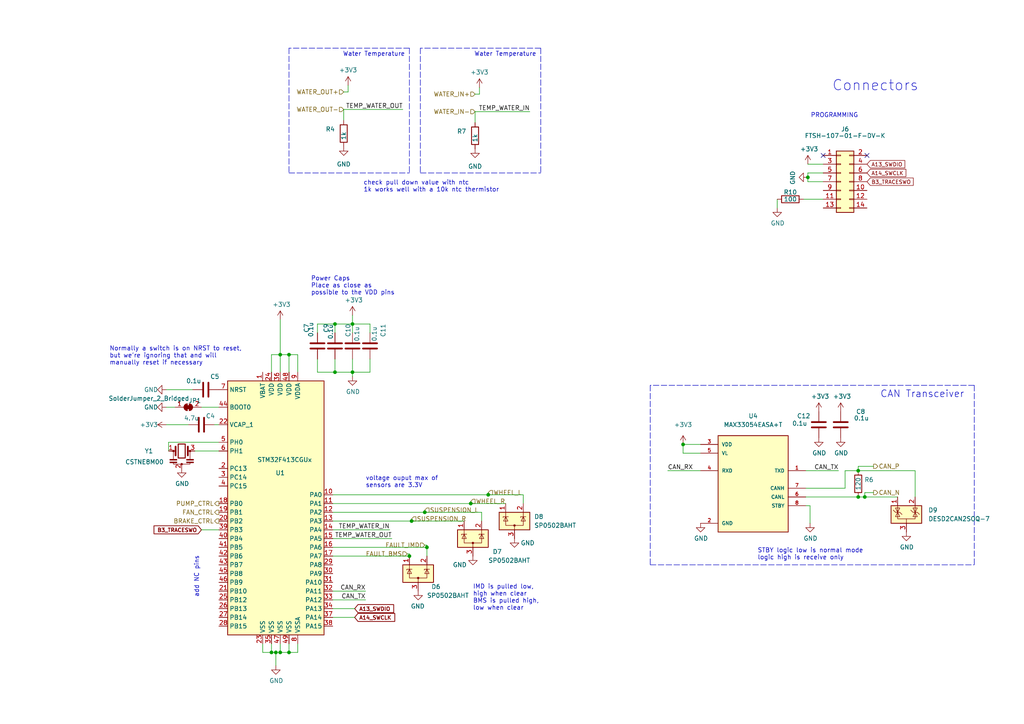
<source format=kicad_sch>
(kicad_sch (version 20211123) (generator eeschema)
  (paper "A4")
  (lib_symbols
    (symbol "AERO_Symbols:MAX33054EASA+T" (pin_names (offset 1.016))
      (property "Reference" "U" (at -10.16 13.6906 0))
      (property "Value" "MAX33054EASA+T" (at -10.16 -19.2278 0))
      (symbol "MAX33054EASA+T_0_0"
        (rectangle (start -10.16 -15.24) (end 10.16 12.7) (stroke (width 0.254)) (fill (type background)))
        (pin input line (at -15.24 2.54 0) (length 5.08) (name "TXD") (number "1"))
        (pin power_in line (at 15.24 -12.7 180) (length 5.08) (name "GND") (number "2"))
        (pin power_in line (at 15.24 10.16 180) (length 5.08) (name "VDD") (number "3"))
        (pin output line (at 15.24 2.54 180) (length 5.08) (name "RXD") (number "4"))
        (pin power_in line (at 15.24 7.62 180) (length 5.08) (name "VL") (number "5"))
        (pin input line (at -15.24 -5.08 0) (length 5.08) (name "CANL") (number "6"))
        (pin input line (at -15.24 -2.54 0) (length 5.08) (name "CANH") (number "7"))
        (pin input line (at -15.24 -7.62 0) (length 5.08) (name "STBY") (number "8"))
      )
    )
    (symbol "Connector_Generic:Conn_02x07_Odd_Even" (pin_names (offset 1.016) hide)
      (property "Reference" "J" (at 1.27 10.16 0))
      (property "Value" "Conn_02x07_Odd_Even" (at 1.27 -10.16 0))
      (symbol "Conn_02x07_Odd_Even_1_1"
        (rectangle (start -1.27 -7.493) (end 0 -7.747) (stroke (width 0.1524)))
        (rectangle (start -1.27 -4.953) (end 0 -5.207) (stroke (width 0.1524)))
        (rectangle (start -1.27 -2.413) (end 0 -2.667) (stroke (width 0.1524)))
        (rectangle (start -1.27 0.127) (end 0 -0.127) (stroke (width 0.1524)))
        (rectangle (start -1.27 2.667) (end 0 2.413) (stroke (width 0.1524)))
        (rectangle (start -1.27 5.207) (end 0 4.953) (stroke (width 0.1524)))
        (rectangle (start -1.27 7.747) (end 0 7.493) (stroke (width 0.1524)))
        (rectangle (start -1.27 8.89) (end 3.81 -8.89) (stroke (width 0.254)) (fill (type background)))
        (rectangle (start 3.81 -7.493) (end 2.54 -7.747) (stroke (width 0.1524)))
        (rectangle (start 3.81 -4.953) (end 2.54 -5.207) (stroke (width 0.1524)))
        (rectangle (start 3.81 -2.413) (end 2.54 -2.667) (stroke (width 0.1524)))
        (rectangle (start 3.81 0.127) (end 2.54 -0.127) (stroke (width 0.1524)))
        (rectangle (start 3.81 2.667) (end 2.54 2.413) (stroke (width 0.1524)))
        (rectangle (start 3.81 5.207) (end 2.54 4.953) (stroke (width 0.1524)))
        (rectangle (start 3.81 7.747) (end 2.54 7.493) (stroke (width 0.1524)))
        (pin passive line (at -5.08 7.62 0) (length 3.81) (name "Pin_1") (number "1"))
        (pin passive line (at 7.62 -2.54 180) (length 3.81) (name "Pin_10") (number "10"))
        (pin passive line (at -5.08 -5.08 0) (length 3.81) (name "Pin_11") (number "11"))
        (pin passive line (at 7.62 -5.08 180) (length 3.81) (name "Pin_12") (number "12"))
        (pin passive line (at -5.08 -7.62 0) (length 3.81) (name "Pin_13") (number "13"))
        (pin passive line (at 7.62 -7.62 180) (length 3.81) (name "Pin_14") (number "14"))
        (pin passive line (at 7.62 7.62 180) (length 3.81) (name "Pin_2") (number "2"))
        (pin passive line (at -5.08 5.08 0) (length 3.81) (name "Pin_3") (number "3"))
        (pin passive line (at 7.62 5.08 180) (length 3.81) (name "Pin_4") (number "4"))
        (pin passive line (at -5.08 2.54 0) (length 3.81) (name "Pin_5") (number "5"))
        (pin passive line (at 7.62 2.54 180) (length 3.81) (name "Pin_6") (number "6"))
        (pin passive line (at -5.08 0 0) (length 3.81) (name "Pin_7") (number "7"))
        (pin passive line (at 7.62 0 180) (length 3.81) (name "Pin_8") (number "8"))
        (pin passive line (at -5.08 -2.54 0) (length 3.81) (name "Pin_9") (number "9"))
      )
    )
    (symbol "Device:C" (pin_numbers hide) (pin_names (offset 0.254))
      (property "Reference" "C" (at 0.635 2.54 0))
      (property "Value" "C" (at 0.635 -2.54 0))
      (symbol "C_0_1"
        (polyline (pts (xy -2.032 -0.762) (xy 2.032 -0.762)) (stroke (width 0.508)))
        (polyline (pts (xy -2.032 0.762) (xy 2.032 0.762)) (stroke (width 0.508)))
      )
      (symbol "C_1_1"
        (pin passive line (at 0 3.81 270) (length 2.794) (name "~") (number "1"))
        (pin passive line (at 0 -3.81 90) (length 2.794) (name "~") (number "2"))
      )
    )
    (symbol "Device:R" (pin_numbers hide) (pin_names (offset 0))
      (property "Reference" "R" (at 2.032 0 90))
      (property "Value" "R" (at 0 0 90))
      (symbol "R_0_1"
        (rectangle (start -1.016 -2.54) (end 1.016 2.54) (stroke (width 0.254)))
      )
      (symbol "R_1_1"
        (pin passive line (at 0 3.81 270) (length 1.27) (name "~") (number "1"))
        (pin passive line (at 0 -3.81 90) (length 1.27) (name "~") (number "2"))
      )
    )
    (symbol "Device:Resonator" (pin_names (offset 1.016) hide)
      (property "Reference" "Y" (at 0 5.715 0))
      (property "Value" "Resonator" (at 0 3.81 0))
      (symbol "Resonator_0_1"
        (rectangle (start -3.429 -3.175) (end -1.397 -3.429) (fill (type outline)))
        (rectangle (start -3.429 -2.413) (end -1.397 -2.667) (fill (type outline)))
        (circle (center -2.413 0) (radius 0.254) (fill (type outline)))
        (rectangle (start -1.016 2.032) (end 1.016 -2.032) (stroke (width 0.3048)))
        (circle (center 0 -3.81) (radius 0.254) (fill (type outline)))
        (polyline (pts (xy -2.413 -2.413) (xy -2.413 0)))
        (polyline (pts (xy -1.905 0) (xy -3.175 0)))
        (polyline (pts (xy -1.778 -1.27) (xy -1.778 1.27)) (stroke (width 0.508)))
        (polyline (pts (xy 1.778 -1.27) (xy 1.778 1.27)) (stroke (width 0.508)))
        (polyline (pts (xy 1.905 0) (xy 2.54 0)))
        (polyline (pts (xy 2.413 0) (xy 2.413 -2.54)))
        (polyline (pts (xy 2.413 -3.302) (xy 2.413 -3.81) (xy -2.413 -3.81) (xy -2.413 -3.302)))
        (rectangle (start 1.397 -3.175) (end 3.429 -3.429) (fill (type outline)))
        (rectangle (start 1.397 -2.413) (end 3.429 -2.667) (fill (type outline)))
        (circle (center 2.413 0) (radius 0.254) (fill (type outline)))
      )
      (symbol "Resonator_1_1"
        (pin passive line (at -3.81 0 0) (length 1.27) (name "1") (number "1"))
        (pin passive line (at 0 -5.08 90) (length 1.27) (name "2") (number "2"))
        (pin passive line (at 3.81 0 180) (length 1.27) (name "3") (number "3"))
      )
    )
    (symbol "Jumper:SolderJumper_2_Bridged" (pin_names (offset 0) hide)
      (property "Reference" "JP" (at 0 2.032 0))
      (property "Value" "SolderJumper_2_Bridged" (at 0 -2.54 0))
      (symbol "SolderJumper_2_Bridged_0_1"
        (rectangle (start -0.508 0.508) (end 0.508 -0.508) (fill (type outline)))
        (arc (start -0.254 1.016) (mid -1.27 0) (end -0.254 -1.016))
        (arc (start -0.254 1.016) (mid -1.27 0) (end -0.254 -1.016) (fill (type outline)))
        (polyline (pts (xy -0.254 1.016) (xy -0.254 -1.016)))
        (polyline (pts (xy 0.254 1.016) (xy 0.254 -1.016)))
        (arc (start 0.254 -1.016) (mid 1.27 0) (end 0.254 1.016))
        (arc (start 0.254 -1.016) (mid 1.27 0) (end 0.254 1.016) (fill (type outline)))
      )
      (symbol "SolderJumper_2_Bridged_1_1"
        (pin passive line (at -3.81 0 0) (length 2.54) (name "A") (number "1"))
        (pin passive line (at 3.81 0 180) (length 2.54) (name "B") (number "2"))
      )
    )
    (symbol "MCU_ST_STM32F4:STM32F413CGUx"
      (property "Reference" "U" (at -15.24 36.83 0))
      (property "Value" "STM32F413CGUx" (at 7.62 36.83 0))
      (symbol "STM32F413CGUx_0_1"
        (rectangle (start -15.24 -38.1) (end 12.7 35.56) (stroke (width 0.254)) (fill (type background)))
      )
      (symbol "STM32F413CGUx_1_1"
        (pin power_in line (at -5.08 38.1 270) (length 2.54) (name "VBAT") (number "1"))
        (pin bidirectional line (at 15.24 2.54 180) (length 2.54) (name "PA0") (number "10"))
        (pin bidirectional line (at 15.24 0 180) (length 2.54) (name "PA1") (number "11"))
        (pin bidirectional line (at 15.24 -2.54 180) (length 2.54) (name "PA2") (number "12"))
        (pin bidirectional line (at 15.24 -5.08 180) (length 2.54) (name "PA3") (number "13"))
        (pin bidirectional line (at 15.24 -7.62 180) (length 2.54) (name "PA4") (number "14"))
        (pin bidirectional line (at 15.24 -10.16 180) (length 2.54) (name "PA5") (number "15"))
        (pin bidirectional line (at 15.24 -12.7 180) (length 2.54) (name "PA6") (number "16"))
        (pin bidirectional line (at 15.24 -15.24 180) (length 2.54) (name "PA7") (number "17"))
        (pin bidirectional line (at -17.78 0 0) (length 2.54) (name "PB0") (number "18"))
        (pin bidirectional line (at -17.78 -2.54 0) (length 2.54) (name "PB1") (number "19"))
        (pin bidirectional line (at -17.78 10.16 0) (length 2.54) (name "PC13") (number "2"))
        (pin bidirectional line (at -17.78 -5.08 0) (length 2.54) (name "PB2") (number "20"))
        (pin bidirectional line (at -17.78 -25.4 0) (length 2.54) (name "PB10") (number "21"))
        (pin power_in line (at -17.78 22.86 0) (length 2.54) (name "VCAP_1") (number "22"))
        (pin power_in line (at -5.08 -40.64 90) (length 2.54) (name "VSS") (number "23"))
        (pin power_in line (at -2.54 38.1 270) (length 2.54) (name "VDD") (number "24"))
        (pin bidirectional line (at -17.78 -27.94 0) (length 2.54) (name "PB12") (number "25"))
        (pin bidirectional line (at -17.78 -30.48 0) (length 2.54) (name "PB13") (number "26"))
        (pin bidirectional line (at -17.78 -33.02 0) (length 2.54) (name "PB14") (number "27"))
        (pin bidirectional line (at -17.78 -35.56 0) (length 2.54) (name "PB15") (number "28"))
        (pin bidirectional line (at 15.24 -17.78 180) (length 2.54) (name "PA8") (number "29"))
        (pin bidirectional line (at -17.78 7.62 0) (length 2.54) (name "PC14") (number "3"))
        (pin bidirectional line (at 15.24 -20.32 180) (length 2.54) (name "PA9") (number "30"))
        (pin bidirectional line (at 15.24 -22.86 180) (length 2.54) (name "PA10") (number "31"))
        (pin bidirectional line (at 15.24 -25.4 180) (length 2.54) (name "PA11") (number "32"))
        (pin bidirectional line (at 15.24 -27.94 180) (length 2.54) (name "PA12") (number "33"))
        (pin bidirectional line (at 15.24 -30.48 180) (length 2.54) (name "PA13") (number "34"))
        (pin power_in line (at -2.54 -40.64 90) (length 2.54) (name "VSS") (number "35"))
        (pin power_in line (at 0 38.1 270) (length 2.54) (name "VDD") (number "36"))
        (pin bidirectional line (at 15.24 -33.02 180) (length 2.54) (name "PA14") (number "37"))
        (pin bidirectional line (at 15.24 -35.56 180) (length 2.54) (name "PA15") (number "38"))
        (pin bidirectional line (at -17.78 -7.62 0) (length 2.54) (name "PB3") (number "39"))
        (pin bidirectional line (at -17.78 5.08 0) (length 2.54) (name "PC15") (number "4"))
        (pin bidirectional line (at -17.78 -10.16 0) (length 2.54) (name "PB4") (number "40"))
        (pin bidirectional line (at -17.78 -12.7 0) (length 2.54) (name "PB5") (number "41"))
        (pin bidirectional line (at -17.78 -15.24 0) (length 2.54) (name "PB6") (number "42"))
        (pin bidirectional line (at -17.78 -17.78 0) (length 2.54) (name "PB7") (number "43"))
        (pin input line (at -17.78 27.94 0) (length 2.54) (name "BOOT0") (number "44"))
        (pin bidirectional line (at -17.78 -20.32 0) (length 2.54) (name "PB8") (number "45"))
        (pin bidirectional line (at -17.78 -22.86 0) (length 2.54) (name "PB9") (number "46"))
        (pin power_in line (at 0 -40.64 90) (length 2.54) (name "VSS") (number "47"))
        (pin power_in line (at 2.54 38.1 270) (length 2.54) (name "VDD") (number "48"))
        (pin power_in line (at 2.54 -40.64 90) (length 2.54) (name "VSS") (number "49"))
        (pin input line (at -17.78 17.78 0) (length 2.54) (name "PH0") (number "5"))
        (pin input line (at -17.78 15.24 0) (length 2.54) (name "PH1") (number "6"))
        (pin input line (at -17.78 33.02 0) (length 2.54) (name "NRST") (number "7"))
        (pin power_in line (at 5.08 -40.64 90) (length 2.54) (name "VSSA") (number "8"))
        (pin power_in line (at 5.08 38.1 270) (length 2.54) (name "VDDA") (number "9"))
      )
    )
    (symbol "Power_Protection:NUP2105L" (pin_names hide)
      (property "Reference" "D" (at 5.715 2.54 0))
      (property "Value" "NUP2105L" (at 5.715 0.635 0))
      (symbol "NUP2105L_0_0"
        (pin passive line (at 0 -5.08 90) (length 2.54) (name "A") (number "3"))
      )
      (symbol "NUP2105L_0_1"
        (rectangle (start -4.445 2.54) (end 4.445 -2.54) (stroke (width 0.254)) (fill (type background)))
        (polyline (pts (xy -2.54 2.54) (xy -2.54 0.635)))
        (polyline (pts (xy 0 -1.27) (xy 0 -2.54)))
        (polyline (pts (xy 2.54 2.54) (xy 2.54 0.635)))
        (polyline (pts (xy -3.81 1.27) (xy -3.175 0.635) (xy -1.905 0.635) (xy -1.27 0)))
        (polyline (pts (xy -2.54 0.635) (xy -2.54 -1.27) (xy 2.54 -1.27) (xy 2.54 0.635)))
        (polyline (pts (xy -2.54 0.635) (xy -1.905 -0.635) (xy -3.175 -0.635) (xy -2.54 0.635)))
        (polyline (pts (xy 2.54 0.635) (xy 1.905 -0.635) (xy 3.175 -0.635) (xy 2.54 0.635)))
        (polyline (pts (xy 2.54 0.635) (xy 3.175 1.905) (xy 1.905 1.905) (xy 2.54 0.635)))
        (polyline (pts (xy -2.54 0.635) (xy -3.175 1.905) (xy -1.905 1.905) (xy -2.54 0.635) (xy -2.54 1.27)))
        (polyline (pts (xy 1.27 1.27) (xy 1.905 0.635) (xy 2.54 0.635) (xy 3.175 0.635) (xy 3.81 0)))
      )
      (symbol "NUP2105L_1_1"
        (pin passive line (at -2.54 5.08 270) (length 2.54) (name "K") (number "1"))
        (pin passive line (at 2.54 5.08 270) (length 2.54) (name "K") (number "2"))
      )
    )
    (symbol "Power_Protection:SP0502BAHT" (pin_names hide)
      (property "Reference" "D" (at 5.715 2.54 0))
      (property "Value" "SP0502BAHT" (at 5.715 0.635 0))
      (symbol "SP0502BAHT_0_0"
        (pin passive line (at 0 -5.08 90) (length 2.54) (name "A") (number "3"))
      )
      (symbol "SP0502BAHT_0_1"
        (rectangle (start -4.445 2.54) (end 4.445 -2.54) (stroke (width 0.254)) (fill (type background)))
        (circle (center 0 -1.27) (radius 0.254) (fill (type outline)))
        (polyline (pts (xy -2.54 2.54) (xy -2.54 1.27)))
        (polyline (pts (xy 0 -1.27) (xy 0 -2.54)))
        (polyline (pts (xy 2.54 2.54) (xy 2.54 1.27)))
        (polyline (pts (xy -3.302 1.016) (xy -3.302 1.27) (xy -1.905 1.27) (xy -1.778 1.27)))
        (polyline (pts (xy -2.54 1.27) (xy -2.54 -1.27) (xy 2.54 -1.27) (xy 2.54 1.27)))
        (polyline (pts (xy -2.54 1.27) (xy -1.905 0) (xy -3.175 0) (xy -2.54 1.27)))
        (polyline (pts (xy 1.778 1.016) (xy 1.778 1.27) (xy 3.175 1.27) (xy 3.302 1.27)))
        (polyline (pts (xy 2.54 1.27) (xy 1.905 0) (xy 3.175 0) (xy 2.54 1.27)))
      )
      (symbol "SP0502BAHT_1_1"
        (pin passive line (at -2.54 5.08 270) (length 2.54) (name "K") (number "1"))
        (pin passive line (at 2.54 5.08 270) (length 2.54) (name "K") (number "2"))
      )
    )
    (symbol "power:+3.3V" (power) (pin_names (offset 0))
      (property "Value" "+3.3V" (at 0 3.556 0))
      (symbol "+3.3V_0_1"
        (polyline (pts (xy -0.762 1.27) (xy 0 2.54)))
        (polyline (pts (xy 0 0) (xy 0 2.54)))
        (polyline (pts (xy 0 2.54) (xy 0.762 1.27)))
      )
      (symbol "+3.3V_1_1"
        (pin power_in line (at 0 0 90) (length 0) hide (name "+3V3") (number "1"))
      )
    )
    (symbol "power:GND" (power) (pin_names (offset 0))
      (property "Value" "GND" (at 0 -3.81 0))
      (symbol "GND_0_1"
        (polyline (pts (xy 0 0) (xy 0 -1.27) (xy 1.27 -1.27) (xy 0 -2.54) (xy -1.27 -1.27) (xy 0 -1.27)))
      )
      (symbol "GND_1_1"
        (pin power_in line (at 0 0 270) (length 0) hide (name "GND") (number "1"))
      )
    )
  )
  (junction (at 97.155 93.98))
  (junction (at 83.82 189.23))
  (junction (at 123.19 148.59))
  (junction (at 102.235 107.95))
  (junction (at 97.155 107.95))
  (junction (at 198.12 128.905))
  (junction (at 141.605 143.51))
  (junction (at 119.38 151.13))
  (junction (at 81.28 189.23))
  (junction (at 83.82 102.87))
  (junction (at 136.525 146.05))
  (junction (at 123.825 158.75))
  (junction (at 81.28 102.87))
  (junction (at 248.92 144.145))
  (junction (at 78.74 189.23))
  (junction (at 250.825 144.145))
  (junction (at 234.315 51.435))
  (junction (at 118.745 161.29))
  (junction (at 80.01 189.23))
  (junction (at 102.235 93.98))
  (junction (at 248.92 136.525))
  (no_connect (at 238.76 45.085))
  (no_connect (at 251.46 45.085))
  (wire (pts (xy 123.19 147.955) (xy 123.19 148.59)))
  (wire (pts (xy 123.19 148.59) (xy 139.7 148.59)))
  (wire (pts (xy 96.52 176.53) (xy 102.87 176.53)))
  (wire (pts (xy 81.28 189.23) (xy 83.82 189.23)))
  (wire (pts (xy 238.76 52.705) (xy 234.315 52.705)))
  (wire (pts (xy 233.045 57.785) (xy 238.76 57.785)))
  (wire (pts (xy 81.28 189.23) (xy 81.28 186.69)))
  (wire (pts (xy 141.605 143.51) (xy 151.765 143.51)))
  (wire (pts (xy 96.52 143.51) (xy 141.605 143.51)))
  (wire (pts (xy 203.2 131.445) (xy 198.12 131.445)))
  (polyline (pts (xy 282.575 111.76) (xy 188.595 111.76)))
  (wire (pts (xy 198.12 131.445) (xy 198.12 128.905)))
  (wire (pts (xy 48.26 123.19) (xy 54.61 123.19)))
  (wire (pts (xy 107.315 93.98) (xy 107.315 96.52)))
  (polyline (pts (xy 188.595 111.76) (xy 188.595 163.83)))
  (wire (pts (xy 106.045 173.99) (xy 96.52 173.99)))
  (wire (pts (xy 80.01 193.04) (xy 80.01 189.23)))
  (wire (pts (xy 80.01 189.23) (xy 78.74 189.23)))
  (wire (pts (xy 63.5 128.27) (xy 48.895 128.27)))
  (wire (pts (xy 83.82 189.23) (xy 83.82 186.69)))
  (polyline (pts (xy 156.845 13.97) (xy 156.845 50.165)))
  (wire (pts (xy 118.745 161.29) (xy 96.52 161.29)))
  (wire (pts (xy 141.605 142.875) (xy 141.605 143.51)))
  (wire (pts (xy 123.825 158.115) (xy 123.825 158.75)))
  (wire (pts (xy 78.74 186.69) (xy 78.74 189.23)))
  (polyline (pts (xy 156.845 13.97) (xy 121.92 13.97)))
  (wire (pts (xy 102.235 104.14) (xy 102.235 107.95)))
  (wire (pts (xy 58.42 153.67) (xy 63.5 153.67)))
  (wire (pts (xy 265.43 136.525) (xy 265.43 144.145)))
  (wire (pts (xy 193.675 136.525) (xy 203.2 136.525)))
  (wire (pts (xy 102.235 96.52) (xy 102.235 93.98)))
  (wire (pts (xy 123.19 158.115) (xy 123.825 158.115)))
  (polyline (pts (xy 83.82 50.165) (xy 118.745 50.165)))
  (wire (pts (xy 81.28 102.87) (xy 81.28 107.95)))
  (wire (pts (xy 119.38 151.13) (xy 134.62 151.13)))
  (wire (pts (xy 136.525 145.415) (xy 136.525 146.05)))
  (wire (pts (xy 118.11 160.655) (xy 118.745 160.655)))
  (wire (pts (xy 92.075 107.95) (xy 97.155 107.95)))
  (wire (pts (xy 253.365 142.875) (xy 250.825 142.875)))
  (wire (pts (xy 102.235 107.95) (xy 102.235 109.22)))
  (wire (pts (xy 102.235 93.98) (xy 107.315 93.98)))
  (wire (pts (xy 97.155 104.14) (xy 97.155 107.95)))
  (wire (pts (xy 234.95 146.685) (xy 233.68 146.685)))
  (wire (pts (xy 48.895 128.27) (xy 48.895 130.81)))
  (polyline (pts (xy 282.575 111.76) (xy 282.575 163.83)))
  (wire (pts (xy 62.23 123.19) (xy 63.5 123.19)))
  (wire (pts (xy 107.315 104.14) (xy 107.315 107.95)))
  (wire (pts (xy 151.765 143.51) (xy 151.765 146.05)))
  (wire (pts (xy 76.2 189.23) (xy 76.2 186.69)))
  (wire (pts (xy 243.205 136.525) (xy 233.68 136.525)))
  (wire (pts (xy 137.795 32.385) (xy 137.795 35.56)))
  (wire (pts (xy 96.52 179.07) (xy 102.87 179.07)))
  (wire (pts (xy 48.26 118.11) (xy 50.8 118.11)))
  (wire (pts (xy 234.315 50.165) (xy 238.76 50.165)))
  (wire (pts (xy 97.155 96.52) (xy 97.155 93.98)))
  (wire (pts (xy 96.52 146.05) (xy 136.525 146.05)))
  (wire (pts (xy 83.82 102.87) (xy 83.82 107.95)))
  (polyline (pts (xy 121.92 13.97) (xy 121.92 50.165)))
  (wire (pts (xy 81.28 92.71) (xy 81.28 102.87)))
  (wire (pts (xy 234.95 151.765) (xy 234.95 146.685)))
  (wire (pts (xy 81.28 102.87) (xy 78.74 102.87)))
  (wire (pts (xy 96.52 156.21) (xy 113.665 156.21)))
  (wire (pts (xy 96.52 148.59) (xy 123.19 148.59)))
  (wire (pts (xy 83.82 189.23) (xy 86.36 189.23)))
  (wire (pts (xy 116.84 31.75) (xy 99.695 31.75)))
  (wire (pts (xy 139.7 148.59) (xy 139.7 151.13)))
  (wire (pts (xy 250.825 142.875) (xy 250.825 144.145)))
  (wire (pts (xy 97.155 107.95) (xy 102.235 107.95)))
  (wire (pts (xy 136.525 146.05) (xy 146.685 146.05)))
  (wire (pts (xy 48.26 113.03) (xy 55.88 113.03)))
  (wire (pts (xy 139.065 25.4) (xy 139.065 27.305)))
  (wire (pts (xy 119.38 150.495) (xy 119.38 151.13)))
  (wire (pts (xy 100.965 26.67) (xy 99.695 26.67)))
  (wire (pts (xy 225.425 57.785) (xy 225.425 60.325)))
  (wire (pts (xy 102.235 107.95) (xy 107.315 107.95)))
  (wire (pts (xy 81.28 102.87) (xy 83.82 102.87)))
  (wire (pts (xy 97.155 93.98) (xy 92.075 93.98)))
  (wire (pts (xy 78.74 189.23) (xy 76.2 189.23)))
  (wire (pts (xy 123.825 158.75) (xy 96.52 158.75)))
  (polyline (pts (xy 121.92 50.165) (xy 156.845 50.165)))
  (wire (pts (xy 248.92 135.255) (xy 248.92 136.525)))
  (wire (pts (xy 123.825 158.75) (xy 123.825 161.29)))
  (wire (pts (xy 97.155 93.98) (xy 102.235 93.98)))
  (wire (pts (xy 86.36 189.23) (xy 86.36 186.69)))
  (wire (pts (xy 198.12 128.905) (xy 203.2 128.905)))
  (wire (pts (xy 250.825 144.145) (xy 260.35 144.145)))
  (wire (pts (xy 233.68 144.145) (xy 248.92 144.145)))
  (polyline (pts (xy 118.745 13.97) (xy 118.745 50.165)))
  (wire (pts (xy 80.01 189.23) (xy 81.28 189.23)))
  (wire (pts (xy 83.82 102.87) (xy 86.36 102.87)))
  (wire (pts (xy 118.745 160.655) (xy 118.745 161.29)))
  (wire (pts (xy 99.695 31.75) (xy 99.695 34.925)))
  (wire (pts (xy 56.515 130.81) (xy 63.5 130.81)))
  (wire (pts (xy 92.075 93.98) (xy 92.075 96.52)))
  (wire (pts (xy 245.11 141.605) (xy 245.11 136.525)))
  (wire (pts (xy 139.065 27.305) (xy 137.795 27.305)))
  (wire (pts (xy 100.965 24.765) (xy 100.965 26.67)))
  (wire (pts (xy 248.92 144.145) (xy 250.825 144.145)))
  (wire (pts (xy 234.315 47.625) (xy 238.76 47.625)))
  (wire (pts (xy 106.045 171.45) (xy 96.52 171.45)))
  (wire (pts (xy 233.68 141.605) (xy 245.11 141.605)))
  (wire (pts (xy 86.36 102.87) (xy 86.36 107.95)))
  (wire (pts (xy 58.42 118.11) (xy 63.5 118.11)))
  (polyline (pts (xy 118.745 13.97) (xy 83.82 13.97)))
  (wire (pts (xy 253.365 135.255) (xy 248.92 135.255)))
  (wire (pts (xy 92.075 104.14) (xy 92.075 107.95)))
  (wire (pts (xy 96.52 151.13) (xy 119.38 151.13)))
  (polyline (pts (xy 83.82 13.97) (xy 83.82 50.165)))
  (wire (pts (xy 234.315 51.435) (xy 234.315 50.165)))
  (wire (pts (xy 245.11 136.525) (xy 248.92 136.525)))
  (polyline (pts (xy 188.595 163.83) (xy 282.575 163.83)))
  (wire (pts (xy 234.315 52.705) (xy 234.315 51.435)))
  (wire (pts (xy 248.92 136.525) (xy 265.43 136.525)))
  (wire (pts (xy 102.235 93.98) (xy 102.235 91.44)))
  (wire (pts (xy 96.52 153.67) (xy 113.03 153.67)))
  (wire (pts (xy 153.67 32.385) (xy 137.795 32.385)))
  (wire (pts (xy 78.74 102.87) (xy 78.74 107.95)))
  (text "Water Temperature" (at 117.475 16.51 180) (effects (font (size 1.27 1.27)) (justify right bottom)))
  (text "check pull down value with ntc\n1k works well with a 10k ntc thermistor" (at 105.41 55.88 0) (effects (font (size 1.27 1.27)) (justify left bottom)))
  (text "Water Temperature" (at 155.575 16.51 180) (effects (font (size 1.27 1.27)) (justify right bottom)))
  (text "CAN Transceiver" (at 255.27 115.57 0) (effects (font (size 2.0066 2.0066)) (justify left bottom)))
  (text "add NC pins" (at 57.785 173.355 90) (effects (font (size 1.27 1.27)) (justify left bottom)))
  (text "Normally a switch is on NRST to reset,\nbut we're ignoring that and will \nmanually reset if necessary" (at 31.75 106.045 0) (effects (font (size 1.27 1.27)) (justify left bottom)))
  (text "IMD is pulled low, \nhigh when clear\nBMS is pulled high, \nlow when clear" (at 137.16 177.165 0) (effects (font (size 1.27 1.27)) (justify left bottom)))
  (text "voltage ouput max of \nsensors are 3.3V" (at 106.045 141.605 0) (effects (font (size 1.27 1.27)) (justify left bottom)))
  (text "Connectors" (at 241.3 26.67 0) (effects (font (size 2.9972 2.9972)) (justify left bottom)))
  (text "Power Caps\nPlace as close as \npossible to the VDD pins" (at 90.17 85.725 0) (effects (font (size 1.27 1.27)) (justify left bottom)))
  (text "STBY logic low is normal mode\nlogic high is receive only" (at 219.71 162.56 0) (effects (font (size 1.27 1.27)) (justify left bottom)))
  (text "PROGRAMMING" (at 248.92 34.29 180) (effects (font (size 1.27 1.27)) (justify right bottom)))
  (label "CAN_TX" (at 243.205 136.525 180))
  (label "TEMP_WATER_OUT" (at 116.84 31.75 180))
  (label "TEMP_WATER_OUT" (at 113.665 156.21 180))
  (label "CAN_RX" (at 193.675 136.525 0))
  (label "CAN_TX" (at 106.045 173.99 180))
  (label "CAN_RX" (at 106.045 171.45 180))
  (label "TEMP_WATER_IN" (at 153.67 32.385 180))
  (label "TEMP_WATER_IN" (at 113.03 153.67 180))
  (global_label "B3_TRACESWO" (shape input) (at 251.46 52.705 0) (effects (font (size 1.0922 1.0922))) (property "Intersheet References" "${INTERSHEET_REFS}" (effects hide)))
  (global_label "A14_SWCLK" (shape input) (at 251.46 50.165 0) (effects (font (size 1.0922 1.0922))) (property "Intersheet References" "${INTERSHEET_REFS}" (effects hide)))
  (global_label "A14_SWCLK" (shape input) (at 102.87 179.07 0) (effects (font (size 1.0922 1.0922) (thickness 0.2184) bold)) (property "Intersheet References" "${INTERSHEET_REFS}" (effects hide)))
  (global_label "B3_TRACESWO" (shape input) (at 58.42 153.67 180) (effects (font (size 1.0922 1.0922) (thickness 0.2184) bold)) (property "Intersheet References" "${INTERSHEET_REFS}" (effects hide)))
  (global_label "A13_SWDIO" (shape input) (at 102.87 176.53 0) (effects (font (size 1.0922 1.0922) (thickness 0.2184) bold)) (property "Intersheet References" "${INTERSHEET_REFS}" (effects hide)))
  (global_label "A13_SWDIO" (shape input) (at 251.46 47.625 0) (effects (font (size 1.0922 1.0922))) (property "Intersheet References" "${INTERSHEET_REFS}" (effects hide)))
  (hierarchical_label "FAN_CTRL" (shape output) (at 63.5 148.59 180))
  (hierarchical_label "SUSPENSION_L" (shape input) (at 123.19 147.955 0))
  (hierarchical_label "WATER_OUT+" (shape input) (at 99.695 26.67 180))
  (hierarchical_label "PUMP_CTRL" (shape output) (at 63.5 146.05 180))
  (hierarchical_label "CAN_N" (shape output) (at 253.365 142.875 0))
  (hierarchical_label "WHEEL_R" (shape input) (at 136.525 145.415 0))
  (hierarchical_label "SUSPENSION_R" (shape input) (at 119.38 150.495 0))
  (hierarchical_label "BRAKE_CTRL" (shape output) (at 63.5 151.13 180))
  (hierarchical_label "FAULT_IMD" (shape input) (at 123.19 158.115 180))
  (hierarchical_label "WATER_IN+" (shape input) (at 137.795 27.305 180))
  (hierarchical_label "WHEEL_L" (shape input) (at 141.605 142.875 0))
  (hierarchical_label "WATER_IN-" (shape input) (at 137.795 32.385 180))
  (hierarchical_label "WATER_OUT-" (shape input) (at 99.695 31.75 180))
  (hierarchical_label "CAN_P" (shape output) (at 253.365 135.255 0))
  (hierarchical_label "FAULT_BMS" (shape input) (at 118.11 160.655 180))
  (symbol (lib_id "MCU_ST_STM32F4:STM32F413CGUx") (at 81.28 146.05 0) (unit 1)
    (property "Reference" "U1" (at 81.28 137.16 0))
    (property "Value" "STM32F413CGUx" (at 82.55 133.35 0))
    (property "Footprint" "Package_DFN_QFN:QFN-48-1EP_7x7mm_P0.5mm_EP5.6x5.6mm" (effects hide))
    (property "Datasheet" "http://www.st.com/st-web-ui/static/active/en/resource/technical/document/datasheet/DM00282249.pdf" (effects hide))
  )
  (symbol (lib_id "Device:C") (at 59.69 113.03 270) (unit 1)
    (property "Reference" "C5" (at 60.96 109.22 90) (effects (justify left)))
    (property "Value" "0.1u" (at 53.975 110.49 90) (effects (justify left)))
    (property "Footprint" "Capacitor_SMD:C_0603_1608Metric_Pad1.08x0.95mm_HandSolder" (effects hide))
  )
  (symbol (lib_id "power:GND") (at 48.26 113.03 270) (unit 1)
    (property "Reference" "#PWR0122" (effects hide))
    (property "Value" "GND" (at 43.815 113.03 90))
  )
  (symbol (lib_id "power:+3.3V") (at 81.28 92.71 0) (unit 1)
    (property "Reference" "#PWR0123" (effects hide))
    (property "Value" "+3.3V" (at 81.661 88.3158 0))
  )
  (symbol (lib_id "power:+3.3V") (at 102.235 91.44 0) (unit 1)
    (property "Reference" "#PWR0127" (effects hide))
    (property "Value" "+3.3V" (at 102.616 87.0458 0))
  )
  (symbol (lib_id "Device:C") (at 97.155 100.33 0) (unit 1)
    (property "Reference" "C9" (at 94.615 96.52 90) (effects (justify left)))
    (property "Value" "0.1u" (at 95.885 98.425 90) (effects (justify left)))
    (property "Footprint" "Capacitor_SMD:C_0603_1608Metric_Pad1.08x0.95mm_HandSolder" (effects hide))
  )
  (symbol (lib_id "Device:C") (at 102.235 100.33 0) (unit 1)
    (property "Reference" "C10" (at 100.965 97.79 90) (effects (justify left)))
    (property "Value" "0.1u" (at 103.505 99.06 90) (effects (justify left)))
    (property "Footprint" "Capacitor_SMD:C_0603_1608Metric_Pad1.08x0.95mm_HandSolder" (effects hide))
  )
  (symbol (lib_id "Device:C") (at 107.315 100.33 0) (unit 1)
    (property "Reference" "C11" (at 111.125 97.79 90) (effects (justify left)))
    (property "Value" "0.1u" (at 108.585 99.06 90) (effects (justify left)))
    (property "Footprint" "Capacitor_SMD:C_0603_1608Metric_Pad1.08x0.95mm_HandSolder" (effects hide))
  )
  (symbol (lib_id "power:GND") (at 80.01 193.04 0) (unit 1)
    (property "Reference" "#PWR0124" (effects hide))
    (property "Value" "GND" (at 80.137 197.4342 0))
  )
  (symbol (lib_id "power:GND") (at 102.235 109.22 0) (unit 1)
    (property "Reference" "#PWR0125" (effects hide))
    (property "Value" "GND" (at 102.362 113.6142 0))
  )
  (symbol (lib_id "Device:C") (at 237.49 123.19 0) (unit 1)
    (property "Reference" "C12" (at 231.14 120.65 0) (effects (justify left)))
    (property "Value" "0.1u" (at 229.743 122.809 0) (effects (justify left)))
    (property "Footprint" "Capacitor_SMD:C_0603_1608Metric_Pad1.08x0.95mm_HandSolder" (effects hide))
  )
  (symbol (lib_id "power:GND") (at 262.89 154.305 0) (unit 1)
    (property "Reference" "#PWR0129" (effects hide))
    (property "Value" "GND" (at 263.017 158.6992 0))
  )
  (symbol (lib_id "power:GND") (at 237.49 127 0) (unit 1)
    (property "Reference" "#PWR0130" (effects hide))
    (property "Value" "GND" (at 237.617 131.3942 0))
  )
  (symbol (lib_id "power:+3.3V") (at 237.49 119.38 0) (unit 1)
    (property "Reference" "#PWR0131" (effects hide))
    (property "Value" "+3.3V" (at 237.871 114.9858 0))
  )
  (symbol (lib_id "Device:R") (at 248.92 140.335 0) (unit 1)
    (property "Reference" "R6" (at 250.698 139.1666 0) (effects (justify left)))
    (property "Value" "120" (at 248.92 142.24 90) (effects (justify left)))
    (property "Footprint" "Resistor_SMD:R_0603_1608Metric_Pad0.98x0.95mm_HandSolder" (effects hide))
  )
  (symbol (lib_id "power:GND") (at 234.315 51.435 270) (unit 1)
    (property "Reference" "#PWR0133" (effects hide))
    (property "Value" "GND" (at 229.9208 51.562 0))
  )
  (symbol (lib_id "power:+3.3V") (at 243.84 119.38 0) (unit 1)
    (property "Reference" "#PWR0126" (effects hide))
    (property "Value" "+3.3V" (at 244.221 114.9858 0))
  )
  (symbol (lib_id "Device:R") (at 137.795 39.37 0) (mirror y) (unit 1)
    (property "Reference" "R7" (at 135.255 38.0999 0) (effects (justify left)))
    (property "Value" "1k" (at 137.795 41.275 90) (effects (justify left)))
    (property "Footprint" "Resistor_SMD:R_0603_1608Metric_Pad0.98x0.95mm_HandSolder" (effects hide))
  )
  (symbol (lib_id "power:GND") (at 48.26 118.11 270) (unit 1)
    (property "Reference" "#PWR0109" (effects hide))
    (property "Value" "GND" (at 43.815 118.11 90))
  )
  (symbol (lib_id "AERO_Symbols:MAX33054EASA+T") (at 218.44 139.065 0) (mirror y) (unit 1)
    (property "Reference" "U4" (at 218.44 120.65 0))
    (property "Value" "MAX33054EASA+T" (at 218.44 123.19 0))
    (property "Footprint" "AERO_Footprints:SOIC127P600X175-8N" (effects hide))
    (property "PACKAGE" "SOIC-8 Maxim Integrated" (effects hide))
    (property "MF" "Maxim Integrated" (effects hide))
    (property "PRICE" "None" (effects hide))
    (property "MP" "MAX33054EASA+T" (effects hide))
    (property "DESCRIPTION" "IC TXRX CAN 3.3V 2MBPS 25KV 8SO" (effects hide))
    (property "AVAILABILITY" "Unavailable" (effects hide))
  )
  (symbol (lib_id "Device:C") (at 92.075 100.33 0) (unit 1)
    (property "Reference" "C7" (at 88.9 96.52 90) (effects (justify left)))
    (property "Value" "0.1u" (at 90.17 97.79 90) (effects (justify left)))
    (property "Footprint" "Capacitor_SMD:C_0603_1608Metric_Pad1.08x0.95mm_HandSolder" (effects hide))
  )
  (symbol (lib_id "power:GND") (at 203.2 151.765 0) (unit 1)
    (property "Reference" "#PWR0112" (effects hide))
    (property "Value" "GND" (at 203.327 156.1592 0))
  )
  (symbol (lib_id "Device:R") (at 99.695 38.735 0) (mirror y) (unit 1)
    (property "Reference" "R4" (at 97.155 37.4649 0) (effects (justify left)))
    (property "Value" "1k" (at 99.695 40.64 90) (effects (justify left)))
    (property "Footprint" "Resistor_SMD:R_0603_1608Metric_Pad0.98x0.95mm_HandSolder" (effects hide))
  )
  (symbol (lib_id "Power_Protection:SP0502BAHT") (at 121.285 166.37 0) (unit 1)
    (property "Reference" "D6" (at 125.095 170.18 0) (effects (justify left)))
    (property "Value" "SP0502BAHT" (at 123.825 172.72 0) (effects (justify left)))
    (property "Footprint" "Package_TO_SOT_SMD:SOT-23" (effects hide))
    (property "Datasheet" "http://www.littelfuse.com/~/media/files/littelfuse/technical%20resources/documents/data%20sheets/sp05xxba.pdf" (effects hide))
  )
  (symbol (lib_id "power:GND") (at 137.16 161.29 0) (unit 1)
    (property "Reference" "#PWR0135" (effects hide))
    (property "Value" "GND" (at 133.35 163.83 0))
  )
  (symbol (lib_id "power:+3.3V") (at 48.26 123.19 90) (unit 1)
    (property "Reference" "#PWR0142" (effects hide))
    (property "Value" "+3.3V" (at 43.18 123.19 90))
  )
  (symbol (lib_id "power:+3.3V") (at 198.12 128.905 0) (unit 1)
    (property "Reference" "#PWR0114" (effects hide))
    (property "Value" "+3.3V" (at 198.12 123.19 0))
  )
  (symbol (lib_id "power:GND") (at 225.425 60.325 0) (unit 1)
    (property "Reference" "#PWR0132" (effects hide))
    (property "Value" "GND" (at 225.552 64.7192 0))
  )
  (symbol (lib_id "power:GND") (at 99.695 42.545 0) (mirror y) (unit 1)
    (property "Reference" "#PWR0143" (effects hide))
    (property "Value" "GND" (at 99.695 47.625 0))
  )
  (symbol (lib_id "Power_Protection:SP0502BAHT") (at 149.225 151.13 0) (unit 1)
    (property "Reference" "D8" (at 154.94 149.8599 0) (effects (justify left)))
    (property "Value" "SP0502BAHT" (at 154.94 152.3999 0) (effects (justify left)))
    (property "Footprint" "Package_TO_SOT_SMD:SOT-23" (effects hide))
    (property "Datasheet" "http://www.littelfuse.com/~/media/files/littelfuse/technical%20resources/documents/data%20sheets/sp05xxba.pdf" (effects hide))
  )
  (symbol (lib_id "Device:R") (at 229.235 57.785 90) (unit 1)
    (property "Reference" "R10" (at 229.235 55.753 90))
    (property "Value" "100" (at 229.235 57.785 90))
    (property "Footprint" "Resistor_SMD:R_0603_1608Metric_Pad0.98x0.95mm_HandSolder" (effects hide))
  )
  (symbol (lib_id "Device:C") (at 58.42 123.19 270) (unit 1)
    (property "Reference" "C4" (at 59.69 120.65 90) (effects (justify left)))
    (property "Value" "4.7u" (at 53.34 121.285 90) (effects (justify left)))
    (property "Footprint" "Capacitor_SMD:C_0603_1608Metric_Pad1.08x0.95mm_HandSolder" (effects hide))
  )
  (symbol (lib_id "Power_Protection:SP0502BAHT") (at 137.16 156.21 0) (unit 1)
    (property "Reference" "D7" (at 142.875 160.02 0) (effects (justify left)))
    (property "Value" "SP0502BAHT" (at 141.605 162.56 0) (effects (justify left)))
    (property "Footprint" "Package_TO_SOT_SMD:SOT-23" (effects hide))
    (property "Datasheet" "http://www.littelfuse.com/~/media/files/littelfuse/technical%20resources/documents/data%20sheets/sp05xxba.pdf" (effects hide))
  )
  (symbol (lib_id "power:GND") (at 149.225 156.21 0) (unit 1)
    (property "Reference" "#PWR0134" (effects hide))
    (property "Value" "GND" (at 153.035 157.48 0))
  )
  (symbol (lib_id "power:+3.3V") (at 100.965 24.765 0) (mirror y) (unit 1)
    (property "Reference" "#PWR0144" (effects hide))
    (property "Value" "+3.3V" (at 100.965 20.32 0))
  )
  (symbol (lib_id "Jumper:SolderJumper_2_Bridged") (at 54.61 118.11 0) (unit 1)
    (property "Reference" "JP1" (at 56.515 116.205 0))
    (property "Value" "SolderJumper_2_Bridged" (at 43.18 115.57 0))
    (property "Footprint" "Jumper:SolderJumper-2_P1.3mm_Bridged_Pad1.0x1.5mm" (effects hide))
  )
  (symbol (lib_id "power:GND") (at 234.95 151.765 0) (unit 1)
    (property "Reference" "#PWR0113" (effects hide))
    (property "Value" "GND" (at 235.077 156.1592 0))
  )
  (symbol (lib_id "Connector_Generic:Conn_02x07_Odd_Even") (at 243.84 52.705 0) (unit 1)
    (property "Reference" "J6" (at 245.11 37.465 0))
    (property "Value" "FTSH-107-01-F-DV-K" (at 245.11 39.37 0))
    (property "Footprint" "Connector_PinHeader_1.27mm:PinHeader_2x07_P1.27mm_Vertical_SMD" (effects hide))
  )
  (symbol (lib_id "power:GND") (at 121.285 171.45 0) (mirror y) (unit 1)
    (property "Reference" "#PWR0111" (effects hide))
    (property "Value" "GND" (at 121.158 175.8442 0))
  )
  (symbol (lib_id "power:+3.3V") (at 139.065 25.4 0) (mirror y) (unit 1)
    (property "Reference" "#PWR0137" (effects hide))
    (property "Value" "+3.3V" (at 139.065 20.955 0))
  )
  (symbol (lib_id "Device:C") (at 243.84 123.19 0) (unit 1)
    (property "Reference" "C8" (at 248.285 119.38 0) (effects (justify left)))
    (property "Value" "0.1u" (at 247.65 121.285 0) (effects (justify left)))
    (property "Footprint" "Capacitor_SMD:C_0603_1608Metric_Pad1.08x0.95mm_HandSolder" (effects hide))
  )
  (symbol (lib_id "power:GND") (at 137.795 43.18 0) (mirror y) (unit 1)
    (property "Reference" "#PWR0139" (effects hide))
    (property "Value" "GND" (at 137.795 48.26 0))
  )
  (symbol (lib_id "Power_Protection:NUP2105L") (at 262.89 149.225 0) (unit 1)
    (property "Reference" "D9" (at 269.24 147.9549 0) (effects (justify left)))
    (property "Value" "DESD2CAN2SOQ-7" (at 269.24 150.4949 0) (effects (justify left)))
    (property "Footprint" "Package_TO_SOT_SMD:SOT-23" (effects hide))
    (property "Datasheet" "http://www.onsemi.com/pub_link/Collateral/NUP2105L-D.PDF" (effects hide))
  )
  (symbol (lib_id "power:GND") (at 243.84 127 0) (unit 1)
    (property "Reference" "#PWR0117" (effects hide))
    (property "Value" "GND" (at 243.967 131.3942 0))
  )
  (symbol (lib_id "power:GND") (at 52.705 135.89 0) (unit 1)
    (property "Reference" "#PWR0110" (effects hide))
    (property "Value" "GND" (at 52.832 140.2842 0))
  )
  (symbol (lib_id "Device:Resonator") (at 52.705 130.81 0) (unit 1)
    (property "Reference" "Y1" (at 43.18 130.81 0))
    (property "Value" "CSTNE8M00" (at 41.91 133.985 0))
    (property "Footprint" "AERO_Footprints:Resonator_SMD_muRata_CSTxExxV-3Pin_3.0x1.1mm_HandSoldering" (effects hide))
  )
  (symbol (lib_id "power:+3.3V") (at 234.315 47.625 0) (unit 1)
    (property "Reference" "#PWR0128" (effects hide))
    (property "Value" "+3.3V" (at 234.696 43.2308 0))
  )
)
</source>
